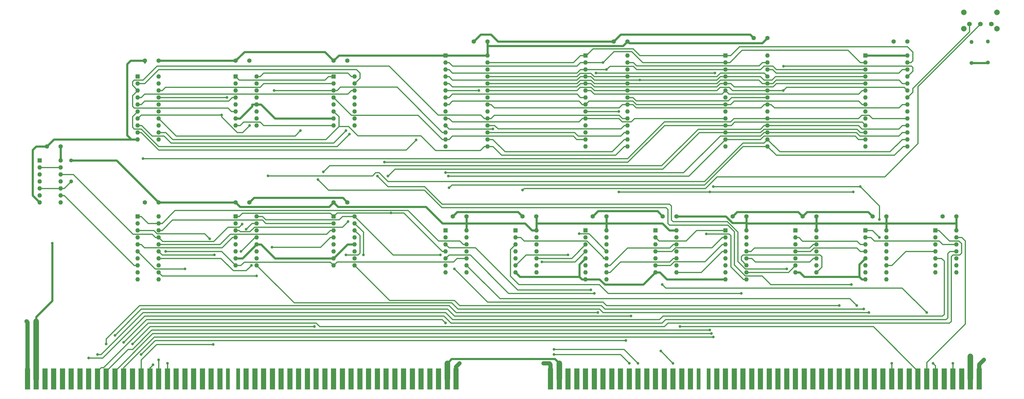
<source format=gbr>
G04 #@! TF.GenerationSoftware,KiCad,Pcbnew,5.1.4-e60b266~84~ubuntu18.04.1*
G04 #@! TF.CreationDate,2019-11-09T01:56:08-04:00*
G04 #@! TF.ProjectId,nova_modern,6e6f7661-5f6d-46f6-9465-726e2e6b6963,0.1*
G04 #@! TF.SameCoordinates,Original*
G04 #@! TF.FileFunction,Copper,L1,Top*
G04 #@! TF.FilePolarity,Positive*
%FSLAX46Y46*%
G04 Gerber Fmt 4.6, Leading zero omitted, Abs format (unit mm)*
G04 Created by KiCad (PCBNEW 5.1.4-e60b266~84~ubuntu18.04.1) date 2019-11-09 01:56:08*
%MOMM*%
%LPD*%
G04 APERTURE LIST*
%ADD10R,1.905000X7.620000*%
%ADD11R,1.397000X7.620000*%
%ADD12C,2.000000*%
%ADD13C,1.700000*%
%ADD14C,1.600000*%
%ADD15R,1.600000X1.600000*%
%ADD16O,1.400000X1.400000*%
%ADD17C,1.400000*%
%ADD18O,1.600000X1.600000*%
%ADD19C,1.000000*%
%ADD20C,0.400000*%
%ADD21C,0.800000*%
%ADD22C,1.500000*%
%ADD23C,2.000000*%
G04 APERTURE END LIST*
D10*
X46355000Y-104775000D03*
X49530000Y-104775000D03*
X52705000Y-104775000D03*
X55880000Y-104775000D03*
X59055000Y-104775000D03*
X62230000Y-104775000D03*
X65405000Y-104775000D03*
X68580000Y-104775000D03*
X71755000Y-104775000D03*
X74930000Y-104775000D03*
X78105000Y-104775000D03*
X81280000Y-104775000D03*
X84455000Y-104775000D03*
X87630000Y-104775000D03*
X90805000Y-104775000D03*
X93980000Y-104775000D03*
X97155000Y-104775000D03*
X100330000Y-104775000D03*
X103505000Y-104775000D03*
X106680000Y-104775000D03*
X109855000Y-104775000D03*
X113030000Y-104775000D03*
X116205000Y-104775000D03*
D11*
X119126000Y-104775000D03*
X122809000Y-104775000D03*
D10*
X125730000Y-104775000D03*
X128905000Y-104775000D03*
X132080000Y-104775000D03*
X135255000Y-104775000D03*
X138430000Y-104775000D03*
X141605000Y-104775000D03*
X144780000Y-104775000D03*
X147955000Y-104775000D03*
X151130000Y-104775000D03*
X154305000Y-104775000D03*
X157480000Y-104775000D03*
X160655000Y-104775000D03*
X163830000Y-104775000D03*
X167005000Y-104775000D03*
X170180000Y-104775000D03*
X173355000Y-104775000D03*
X176530000Y-104775000D03*
X179705000Y-104775000D03*
X182880000Y-104775000D03*
X186055000Y-104775000D03*
X189230000Y-104775000D03*
X192405000Y-104775000D03*
X195580000Y-104775000D03*
X198755000Y-104775000D03*
X201930000Y-104775000D03*
X236220000Y-104775000D03*
X239395000Y-104775000D03*
X242570000Y-104775000D03*
X245745000Y-104775000D03*
X248920000Y-104775000D03*
X252095000Y-104775000D03*
X255270000Y-104775000D03*
X258445000Y-104775000D03*
X261620000Y-104775000D03*
X264795000Y-104775000D03*
X267970000Y-104775000D03*
X271145000Y-104775000D03*
X274320000Y-104775000D03*
X277495000Y-104775000D03*
X280670000Y-104775000D03*
X283845000Y-104775000D03*
X287020000Y-104775000D03*
D11*
X289941000Y-104775000D03*
X293624000Y-104775000D03*
D10*
X296545000Y-104775000D03*
X299720000Y-104775000D03*
X302895000Y-104775000D03*
X306070000Y-104775000D03*
X309245000Y-104775000D03*
X312420000Y-104775000D03*
X315595000Y-104775000D03*
X318770000Y-104775000D03*
X321945000Y-104775000D03*
X325120000Y-104775000D03*
X328295000Y-104775000D03*
X331470000Y-104775000D03*
X334645000Y-104775000D03*
X337820000Y-104775000D03*
X340995000Y-104775000D03*
X344170000Y-104775000D03*
X347345000Y-104775000D03*
X350520000Y-104775000D03*
X353695000Y-104775000D03*
X356870000Y-104775000D03*
X360045000Y-104775000D03*
X363220000Y-104775000D03*
X366395000Y-104775000D03*
X369570000Y-104775000D03*
X372745000Y-104775000D03*
X375920000Y-104775000D03*
X379095000Y-104775000D03*
X382270000Y-104775000D03*
X385445000Y-104775000D03*
X388620000Y-104775000D03*
X391795000Y-104775000D03*
D12*
X398240000Y22380000D03*
X386240000Y22380000D03*
X386240000Y28380000D03*
X398240000Y28380000D03*
D13*
X396240000Y24130000D03*
X392240000Y24130000D03*
X388240000Y24130000D03*
D14*
X365760000Y17780000D03*
X360760000Y17780000D03*
X309960000Y19050000D03*
X314960000Y19050000D03*
X264160000Y17780000D03*
X259160000Y17780000D03*
X208360000Y17780000D03*
X213360000Y17780000D03*
X383540000Y-45720000D03*
X378540000Y-45720000D03*
X353140000Y-45720000D03*
X358140000Y-45720000D03*
X332740000Y-45720000D03*
X327740000Y-45720000D03*
X302340000Y-45720000D03*
X307340000Y-45720000D03*
X281940000Y-45720000D03*
X276940000Y-45720000D03*
X256540000Y-45720000D03*
X251540000Y-45720000D03*
X226060000Y-45720000D03*
X231060000Y-45720000D03*
X205740000Y-45720000D03*
X200740000Y-45720000D03*
X162480000Y10795000D03*
X157480000Y10795000D03*
X121920000Y10795000D03*
X126920000Y10795000D03*
X126920000Y-40640000D03*
X121920000Y-40640000D03*
X157480000Y-40640000D03*
X162480000Y-40640000D03*
X88980000Y10795000D03*
X93980000Y10795000D03*
X58420000Y-20320000D03*
X53420000Y-20320000D03*
X88980000Y-40640000D03*
X93980000Y-40640000D03*
D15*
X49530000Y-83820000D03*
D14*
X46030000Y-83820000D03*
D16*
X394970000Y17780000D03*
D17*
X394970000Y10160000D03*
X389055000Y9975000D03*
D16*
X389055000Y17595000D03*
D17*
X62230000Y-25400000D03*
D16*
X62230000Y-33020000D03*
D15*
X375920000Y-50800000D03*
D18*
X383540000Y-66040000D03*
X375920000Y-53340000D03*
X383540000Y-63500000D03*
X375920000Y-55880000D03*
X383540000Y-60960000D03*
X375920000Y-58420000D03*
X383540000Y-58420000D03*
X375920000Y-60960000D03*
X383540000Y-55880000D03*
X375920000Y-63500000D03*
X383540000Y-53340000D03*
X375920000Y-66040000D03*
X383540000Y-50800000D03*
X332740000Y-50800000D03*
X325120000Y-66040000D03*
X332740000Y-53340000D03*
X325120000Y-63500000D03*
X332740000Y-55880000D03*
X325120000Y-60960000D03*
X332740000Y-58420000D03*
X325120000Y-58420000D03*
X332740000Y-60960000D03*
X325120000Y-55880000D03*
X332740000Y-63500000D03*
X325120000Y-53340000D03*
X332740000Y-66040000D03*
D15*
X325120000Y-50800000D03*
X274320000Y-50800000D03*
D18*
X281940000Y-66040000D03*
X274320000Y-53340000D03*
X281940000Y-63500000D03*
X274320000Y-55880000D03*
X281940000Y-60960000D03*
X274320000Y-58420000D03*
X281940000Y-58420000D03*
X274320000Y-60960000D03*
X281940000Y-55880000D03*
X274320000Y-63500000D03*
X281940000Y-53340000D03*
X274320000Y-66040000D03*
X281940000Y-50800000D03*
D15*
X223520000Y-50800000D03*
D18*
X231140000Y-66040000D03*
X223520000Y-53340000D03*
X231140000Y-63500000D03*
X223520000Y-55880000D03*
X231140000Y-60960000D03*
X223520000Y-58420000D03*
X231140000Y-58420000D03*
X223520000Y-60960000D03*
X231140000Y-55880000D03*
X223520000Y-63500000D03*
X231140000Y-53340000D03*
X223520000Y-66040000D03*
X231140000Y-50800000D03*
X205740000Y-50800000D03*
X198120000Y-66040000D03*
X205740000Y-53340000D03*
X198120000Y-63500000D03*
X205740000Y-55880000D03*
X198120000Y-60960000D03*
X205740000Y-58420000D03*
X198120000Y-58420000D03*
X205740000Y-60960000D03*
X198120000Y-55880000D03*
X205740000Y-63500000D03*
X198120000Y-53340000D03*
X205740000Y-66040000D03*
D15*
X198120000Y-50800000D03*
X350520000Y-50800000D03*
D18*
X358140000Y-68580000D03*
X350520000Y-53340000D03*
X358140000Y-66040000D03*
X350520000Y-55880000D03*
X358140000Y-63500000D03*
X350520000Y-58420000D03*
X358140000Y-60960000D03*
X350520000Y-60960000D03*
X358140000Y-58420000D03*
X350520000Y-63500000D03*
X358140000Y-55880000D03*
X350520000Y-66040000D03*
X358140000Y-53340000D03*
X350520000Y-68580000D03*
X358140000Y-50800000D03*
D15*
X299720000Y-50800000D03*
D18*
X307340000Y-68580000D03*
X299720000Y-53340000D03*
X307340000Y-66040000D03*
X299720000Y-55880000D03*
X307340000Y-63500000D03*
X299720000Y-58420000D03*
X307340000Y-60960000D03*
X299720000Y-60960000D03*
X307340000Y-58420000D03*
X299720000Y-63500000D03*
X307340000Y-55880000D03*
X299720000Y-66040000D03*
X307340000Y-53340000D03*
X299720000Y-68580000D03*
X307340000Y-50800000D03*
X256540000Y-50800000D03*
X248920000Y-68580000D03*
X256540000Y-53340000D03*
X248920000Y-66040000D03*
X256540000Y-55880000D03*
X248920000Y-63500000D03*
X256540000Y-58420000D03*
X248920000Y-60960000D03*
X256540000Y-60960000D03*
X248920000Y-58420000D03*
X256540000Y-63500000D03*
X248920000Y-55880000D03*
X256540000Y-66040000D03*
X248920000Y-53340000D03*
X256540000Y-68580000D03*
D15*
X248920000Y-50800000D03*
D18*
X213360000Y12700000D03*
X198120000Y-20320000D03*
X213360000Y10160000D03*
X198120000Y-17780000D03*
X213360000Y7620000D03*
X198120000Y-15240000D03*
X213360000Y5080000D03*
X198120000Y-12700000D03*
X213360000Y2540000D03*
X198120000Y-10160000D03*
X213360000Y0D03*
X198120000Y-7620000D03*
X213360000Y-2540000D03*
X198120000Y-5080000D03*
X213360000Y-5080000D03*
X198120000Y-2540000D03*
X213360000Y-7620000D03*
X198120000Y0D03*
X213360000Y-10160000D03*
X198120000Y2540000D03*
X213360000Y-12700000D03*
X198120000Y5080000D03*
X213360000Y-15240000D03*
X198120000Y7620000D03*
X213360000Y-17780000D03*
X198120000Y10160000D03*
X213360000Y-20320000D03*
D15*
X198120000Y12700000D03*
D18*
X264160000Y12700000D03*
X248920000Y-20320000D03*
X264160000Y10160000D03*
X248920000Y-17780000D03*
X264160000Y7620000D03*
X248920000Y-15240000D03*
X264160000Y5080000D03*
X248920000Y-12700000D03*
X264160000Y2540000D03*
X248920000Y-10160000D03*
X264160000Y0D03*
X248920000Y-7620000D03*
X264160000Y-2540000D03*
X248920000Y-5080000D03*
X264160000Y-5080000D03*
X248920000Y-2540000D03*
X264160000Y-7620000D03*
X248920000Y0D03*
X264160000Y-10160000D03*
X248920000Y2540000D03*
X264160000Y-12700000D03*
X248920000Y5080000D03*
X264160000Y-15240000D03*
X248920000Y7620000D03*
X264160000Y-17780000D03*
X248920000Y10160000D03*
X264160000Y-20320000D03*
D15*
X248920000Y12700000D03*
X299720000Y12700000D03*
D18*
X314960000Y-20320000D03*
X299720000Y10160000D03*
X314960000Y-17780000D03*
X299720000Y7620000D03*
X314960000Y-15240000D03*
X299720000Y5080000D03*
X314960000Y-12700000D03*
X299720000Y2540000D03*
X314960000Y-10160000D03*
X299720000Y0D03*
X314960000Y-7620000D03*
X299720000Y-2540000D03*
X314960000Y-5080000D03*
X299720000Y-5080000D03*
X314960000Y-2540000D03*
X299720000Y-7620000D03*
X314960000Y0D03*
X299720000Y-10160000D03*
X314960000Y2540000D03*
X299720000Y-12700000D03*
X314960000Y5080000D03*
X299720000Y-15240000D03*
X314960000Y7620000D03*
X299720000Y-17780000D03*
X314960000Y10160000D03*
X299720000Y-20320000D03*
X314960000Y12700000D03*
D15*
X350520000Y12700000D03*
D18*
X365760000Y-20320000D03*
X350520000Y10160000D03*
X365760000Y-17780000D03*
X350520000Y7620000D03*
X365760000Y-15240000D03*
X350520000Y5080000D03*
X365760000Y-12700000D03*
X350520000Y2540000D03*
X365760000Y-10160000D03*
X350520000Y0D03*
X365760000Y-7620000D03*
X350520000Y-2540000D03*
X365760000Y-5080000D03*
X350520000Y-5080000D03*
X365760000Y-2540000D03*
X350520000Y-7620000D03*
X365760000Y0D03*
X350520000Y-10160000D03*
X365760000Y2540000D03*
X350520000Y-12700000D03*
X365760000Y5080000D03*
X350520000Y-15240000D03*
X365760000Y7620000D03*
X350520000Y-17780000D03*
X365760000Y10160000D03*
X350520000Y-20320000D03*
X365760000Y12700000D03*
D15*
X157480000Y5080000D03*
D18*
X165100000Y-12700000D03*
X157480000Y2540000D03*
X165100000Y-10160000D03*
X157480000Y0D03*
X165100000Y-7620000D03*
X157480000Y-2540000D03*
X165100000Y-5080000D03*
X157480000Y-5080000D03*
X165100000Y-2540000D03*
X157480000Y-7620000D03*
X165100000Y0D03*
X157480000Y-10160000D03*
X165100000Y2540000D03*
X157480000Y-12700000D03*
X165100000Y5080000D03*
X129540000Y5080000D03*
X121920000Y-12700000D03*
X129540000Y2540000D03*
X121920000Y-10160000D03*
X129540000Y0D03*
X121920000Y-7620000D03*
X129540000Y-2540000D03*
X121920000Y-5080000D03*
X129540000Y-5080000D03*
X121920000Y-2540000D03*
X129540000Y-7620000D03*
X121920000Y0D03*
X129540000Y-10160000D03*
X121920000Y2540000D03*
X129540000Y-12700000D03*
D15*
X121920000Y5080000D03*
X157480000Y-45720000D03*
D18*
X165100000Y-63500000D03*
X157480000Y-48260000D03*
X165100000Y-60960000D03*
X157480000Y-50800000D03*
X165100000Y-58420000D03*
X157480000Y-53340000D03*
X165100000Y-55880000D03*
X157480000Y-55880000D03*
X165100000Y-53340000D03*
X157480000Y-58420000D03*
X165100000Y-50800000D03*
X157480000Y-60960000D03*
X165100000Y-48260000D03*
X157480000Y-63500000D03*
X165100000Y-45720000D03*
X129540000Y-45720000D03*
X121920000Y-63500000D03*
X129540000Y-48260000D03*
X121920000Y-60960000D03*
X129540000Y-50800000D03*
X121920000Y-58420000D03*
X129540000Y-53340000D03*
X121920000Y-55880000D03*
X129540000Y-55880000D03*
X121920000Y-53340000D03*
X129540000Y-58420000D03*
X121920000Y-50800000D03*
X129540000Y-60960000D03*
X121920000Y-48260000D03*
X129540000Y-63500000D03*
D15*
X121920000Y-45720000D03*
D18*
X58420000Y-25400000D03*
X50800000Y-40640000D03*
X58420000Y-27940000D03*
X50800000Y-38100000D03*
X58420000Y-30480000D03*
X50800000Y-35560000D03*
X58420000Y-33020000D03*
X50800000Y-33020000D03*
X58420000Y-35560000D03*
X50800000Y-30480000D03*
X58420000Y-38100000D03*
X50800000Y-27940000D03*
X58420000Y-40640000D03*
D15*
X50800000Y-25400000D03*
D18*
X93980000Y5080000D03*
X86360000Y-17780000D03*
X93980000Y2540000D03*
X86360000Y-15240000D03*
X93980000Y0D03*
X86360000Y-12700000D03*
X93980000Y-2540000D03*
X86360000Y-10160000D03*
X93980000Y-5080000D03*
X86360000Y-7620000D03*
X93980000Y-7620000D03*
X86360000Y-5080000D03*
X93980000Y-10160000D03*
X86360000Y-2540000D03*
X93980000Y-12700000D03*
X86360000Y0D03*
X93980000Y-15240000D03*
X86360000Y2540000D03*
X93980000Y-17780000D03*
D15*
X86360000Y5080000D03*
X86360000Y-45720000D03*
D18*
X93980000Y-68580000D03*
X86360000Y-48260000D03*
X93980000Y-66040000D03*
X86360000Y-50800000D03*
X93980000Y-63500000D03*
X86360000Y-53340000D03*
X93980000Y-60960000D03*
X86360000Y-55880000D03*
X93980000Y-58420000D03*
X86360000Y-58420000D03*
X93980000Y-55880000D03*
X86360000Y-60960000D03*
X93980000Y-53340000D03*
X86360000Y-63500000D03*
X93980000Y-50800000D03*
X86360000Y-66040000D03*
X93980000Y-48260000D03*
X86360000Y-68580000D03*
X93980000Y-45720000D03*
D19*
X355600000Y-53340000D03*
X68580000Y-97155000D03*
X71755000Y-95884990D03*
X233680000Y-99060000D03*
X203200000Y-99060000D03*
X393470028Y-97790000D03*
X55345500Y-55456700D03*
X388620000Y-96520000D03*
X198755000Y-99060000D03*
X239395000Y-99060000D03*
X295275006Y-89535000D03*
X294640000Y-88265000D03*
X375019500Y-99065508D03*
X294004990Y-86995000D03*
X74928596Y-92073596D03*
X253394436Y-80645000D03*
X283210000Y-85725000D03*
X276754000Y-70473700D03*
X372745000Y-80644998D03*
X87630000Y-95885000D03*
X263525000Y-90805000D03*
X78103596Y-88900000D03*
X265430000Y-81915000D03*
X280670000Y-99060000D03*
X276225000Y-94615000D03*
X113731800Y-92231100D03*
X264795000Y-99060008D03*
X237489996Y-95884998D03*
X305435000Y-73660000D03*
X246607376Y-52000400D03*
X81280000Y-91440000D03*
X198120000Y-84455000D03*
X84455000Y-92075000D03*
X150495000Y-85725000D03*
X233045000Y-62230000D03*
X242570014Y-59690000D03*
X267970000Y-99060000D03*
X237490000Y-93980000D03*
X196215014Y-59690014D03*
X252095000Y-73660000D03*
X97155000Y-99060000D03*
X178270100Y-44478000D03*
X96520006Y-58420000D03*
X250824994Y-72390000D03*
X347345000Y-78104994D03*
X201295000Y-64770000D03*
X340995000Y-78105008D03*
X260985004Y-7620000D03*
X346074988Y-36830000D03*
X294004996Y-36830000D03*
X260985000Y-36830000D03*
X295275000Y-34925000D03*
X348615000Y-34925000D03*
X355600000Y-46807500D03*
X295910000Y6350000D03*
X252730000Y6350000D03*
X292735010Y-52070000D03*
X210185000Y0D03*
X268604996Y3810000D03*
X320745600Y8820400D03*
X256540002Y7620002D03*
X145415006Y-14605000D03*
X135890000Y0D03*
X215265000Y-13970000D03*
X320675000Y0D03*
X127000052Y-12700000D03*
X116839994Y-8890000D03*
X187455100Y-17950000D03*
X255270000Y10160000D03*
X135107100Y-56908300D03*
X199092100Y-31115000D03*
X127635000Y-63500000D03*
X177166404Y-31113596D03*
X175895000Y-26035000D03*
X112497204Y-53875604D03*
X88245300Y-24765000D03*
X153757292Y-29584508D03*
X162663400Y-47590200D03*
X198119996Y-29845000D03*
X133685200Y-30993000D03*
X199338900Y-35297500D03*
X129540000Y-67310000D03*
X321945000Y-64770000D03*
X173355000Y-31108600D03*
X161925000Y-14605000D03*
X163195000Y-15875000D03*
X118745007Y-2540007D03*
X151765000Y-32385000D03*
X345440000Y-70485000D03*
X360044988Y-99060000D03*
X349885000Y-79375000D03*
X103505000Y-64769982D03*
X161925004Y-59690000D03*
X168275000Y-59689992D03*
X125730000Y-50384900D03*
X123825000Y-58420000D03*
X114227890Y-59690000D03*
X124235700Y-48529600D03*
X351790008Y-80645000D03*
X91961400Y-99613300D03*
X93978593Y-97790000D03*
X382270000Y-99059992D03*
X226060000Y-36195000D03*
D20*
X377190000Y-50800000D02*
X377120000Y-50800000D01*
X377120000Y-50800000D02*
X375920000Y-50800000D01*
X90107988Y-84455000D02*
X151130000Y-84455000D01*
X384712850Y-59690000D02*
X385347850Y-59055000D01*
X385347850Y-55560800D02*
X384397050Y-54610000D01*
X71755000Y-101917500D02*
X73107500Y-100565000D01*
X73107500Y-100565000D02*
X73997988Y-100565000D01*
X73997988Y-100565000D02*
X90107988Y-84455000D01*
X71755000Y-104775000D02*
X71755000Y-101917500D01*
X382270000Y-59690000D02*
X384712850Y-59690000D01*
X151130000Y-84455000D02*
X152400000Y-85725000D01*
X152400000Y-85725000D02*
X277543300Y-85725000D01*
X278813300Y-84455000D02*
X381000000Y-84455000D01*
X384397050Y-54610000D02*
X381000000Y-54610000D01*
X381635000Y-83820000D02*
X381635000Y-60325000D01*
X381000000Y-84455000D02*
X381635000Y-83820000D01*
X381000000Y-54610000D02*
X377190000Y-50800000D01*
X277543300Y-85725000D02*
X278813300Y-84455000D01*
X381635000Y-60325000D02*
X382270000Y-59690000D01*
X385347850Y-59055000D02*
X385347850Y-55560800D01*
X355100001Y-52840001D02*
X355600000Y-53340000D01*
X350520000Y-50800000D02*
X353060000Y-50800000D01*
X353060000Y-50800000D02*
X355100001Y-52840001D01*
X365125000Y-58420000D02*
X375920000Y-58420000D01*
X358140000Y-63500000D02*
X360045000Y-63500000D01*
X360045000Y-63500000D02*
X365125000Y-58420000D01*
X69287106Y-97155000D02*
X68580000Y-97155000D01*
X73597998Y-97155000D02*
X69287106Y-97155000D01*
X276690900Y-84455000D02*
X200025000Y-84455000D01*
X381108500Y-58420000D02*
X380365000Y-59163500D01*
X277960900Y-83185000D02*
X276690900Y-84455000D01*
X88837998Y-81915000D02*
X73597998Y-97155000D01*
X383540000Y-58420000D02*
X381108500Y-58420000D01*
X200025000Y-84455000D02*
X197485000Y-81915000D01*
X380365000Y-59163500D02*
X380365000Y-82550000D01*
X380365000Y-82550000D02*
X379730000Y-83185000D01*
X197485000Y-81915000D02*
X88837998Y-81915000D01*
X379730000Y-83185000D02*
X277960900Y-83185000D01*
X200660000Y-83185000D02*
X198120000Y-80645000D01*
X275716000Y-83185000D02*
X200660000Y-83185000D01*
X378107500Y-60960000D02*
X379095000Y-61947500D01*
X88265000Y-80645000D02*
X73025010Y-95884990D01*
X375920000Y-60960000D02*
X378107500Y-60960000D01*
X73025010Y-95884990D02*
X72462106Y-95884990D01*
X379095000Y-61947500D02*
X379095000Y-81280000D01*
X198120000Y-80645000D02*
X88265000Y-80645000D01*
X378460000Y-81915000D02*
X276986000Y-81915000D01*
X72462106Y-95884990D02*
X71755000Y-95884990D01*
X379095000Y-81280000D02*
X378460000Y-81915000D01*
X276986000Y-81915000D02*
X275716000Y-83185000D01*
X353695000Y-54610000D02*
X352425000Y-53340000D01*
X377224850Y-54610000D02*
X353695000Y-54610000D01*
X383540000Y-55880000D02*
X378494850Y-55880000D01*
X352425000Y-53340000D02*
X350520000Y-53340000D01*
X378494850Y-55880000D02*
X377224850Y-54610000D01*
D21*
X274320000Y-66040000D02*
X275920300Y-66040000D01*
X299720000Y-68580000D02*
X278460300Y-68580000D01*
X278460300Y-68580000D02*
X275920300Y-66040000D01*
X353140000Y-45720000D02*
X351539600Y-44119600D01*
X351539600Y-44119600D02*
X329340400Y-44119600D01*
X329340400Y-44119600D02*
X327740000Y-45720000D01*
X126920000Y-40640000D02*
X128565200Y-38994800D01*
X128565200Y-38994800D02*
X160834800Y-38994800D01*
X160834800Y-38994800D02*
X162480000Y-40640000D01*
X84077100Y-17780000D02*
X55960000Y-17780000D01*
X55960000Y-17780000D02*
X53420000Y-20320000D01*
X86360000Y-17780000D02*
X84077100Y-17780000D01*
X129540000Y-55880000D02*
X131140300Y-55880000D01*
X131140300Y-55880000D02*
X136220300Y-60960000D01*
X136220300Y-60960000D02*
X155879700Y-60960000D01*
X123520300Y-10160000D02*
X127939700Y-5740600D01*
X127939700Y-5740600D02*
X127939700Y-5080000D01*
X226060000Y-45720000D02*
X224458400Y-44118400D01*
X224458400Y-44118400D02*
X202341600Y-44118400D01*
X202341600Y-44118400D02*
X200740000Y-45720000D01*
X129540000Y-5080000D02*
X131140300Y-5080000D01*
X157480000Y-10160000D02*
X136220300Y-10160000D01*
X136220300Y-10160000D02*
X131140300Y-5080000D01*
X121920000Y-10160000D02*
X123520300Y-10160000D01*
X129540000Y-5080000D02*
X127939700Y-5080000D01*
X157480000Y-60960000D02*
X155879700Y-60960000D01*
D22*
X236220000Y-104775000D02*
X236220000Y-99465000D01*
X236220000Y-99465000D02*
X235815000Y-99060000D01*
X235815000Y-99060000D02*
X233680000Y-99060000D01*
X46355000Y-104775000D02*
X46355000Y-84145000D01*
X46355000Y-84145000D02*
X46030000Y-83820000D01*
X201930000Y-104775000D02*
X201930000Y-100330000D01*
X201930000Y-100330000D02*
X203200000Y-99060000D01*
D21*
X253445000Y-43815000D02*
X251540000Y-45720000D01*
X276940000Y-45720000D02*
X275035000Y-43815000D01*
X275035000Y-43815000D02*
X253445000Y-43815000D01*
X162560000Y-55880000D02*
X157480000Y-60960000D01*
X165100000Y-55880000D02*
X162560000Y-55880000D01*
X303953700Y-44106300D02*
X302340000Y-45720000D01*
X327740000Y-45720000D02*
X326126300Y-44106300D01*
X326126300Y-44106300D02*
X303953700Y-44106300D01*
X248920000Y-68580000D02*
X247595400Y-68580000D01*
X247595400Y-68580000D02*
X246670200Y-67654800D01*
X246670200Y-63209800D02*
X248920000Y-60960000D01*
X246670200Y-67654800D02*
X246670200Y-63209800D01*
X225134800Y-67654800D02*
X223520000Y-66040000D01*
X246670200Y-67654800D02*
X225134800Y-67654800D01*
D22*
X391795000Y-104775000D02*
X391795000Y-99465000D01*
X393470000Y-97790000D02*
X393470028Y-97790000D01*
X391795000Y-99465000D02*
X393470000Y-97790000D01*
D21*
X254000000Y-68580000D02*
X250051370Y-68580000D01*
X255905000Y-70485000D02*
X254000000Y-68580000D01*
X274320000Y-66040000D02*
X269875000Y-70485000D01*
X250051370Y-68580000D02*
X248920000Y-68580000D01*
X269875000Y-70485000D02*
X255905000Y-70485000D01*
X124460000Y-60960000D02*
X129540000Y-55880000D01*
X121920000Y-60960000D02*
X124460000Y-60960000D01*
X326720300Y-66040000D02*
X325120000Y-66040000D01*
X348270200Y-67654800D02*
X328335100Y-67654800D01*
X328335100Y-67654800D02*
X326720300Y-66040000D01*
X350520000Y-68580000D02*
X349195400Y-68580000D01*
X349195400Y-68580000D02*
X348270200Y-67654800D01*
X348270200Y-63209800D02*
X350520000Y-60960000D01*
X348270200Y-67654800D02*
X348270200Y-63209800D01*
X88980000Y10795000D02*
X88980000Y10160000D01*
X82550000Y9525000D02*
X83820000Y10795000D01*
X83820000Y10795000D02*
X88980000Y10795000D01*
X84077100Y-17780000D02*
X82550000Y-16252900D01*
X82550000Y-16252900D02*
X82550000Y9525000D01*
X259121200Y17780000D02*
X259160000Y17780000D01*
X308690000Y20320000D02*
X309960000Y19050000D01*
X259160000Y17780000D02*
X261700000Y20320000D01*
X261700000Y20320000D02*
X308690000Y20320000D01*
X214630000Y20320000D02*
X217170000Y17780000D01*
X217170000Y17780000D02*
X259160000Y17780000D01*
X208360000Y17780000D02*
X210900000Y20320000D01*
X210900000Y20320000D02*
X214630000Y20320000D01*
X48260000Y-38100000D02*
X50800000Y-40640000D01*
X48260000Y-21590000D02*
X48260000Y-38100000D01*
X53420000Y-20320000D02*
X49530000Y-20320000D01*
X49530000Y-20320000D02*
X48260000Y-21590000D01*
X389055000Y9975000D02*
X394785000Y9975000D01*
X394785000Y9975000D02*
X394970000Y10160000D01*
D23*
X239395000Y-100105600D02*
X239395000Y-99060000D01*
X239395000Y-104775000D02*
X239395000Y-100105600D01*
D21*
X55345500Y-55456700D02*
X55345500Y-76404200D01*
X55345500Y-76404200D02*
X49530000Y-82219700D01*
X198120000Y12700000D02*
X213360000Y12700000D01*
X121920000Y-40640000D02*
X93980000Y-40640000D01*
X49530000Y-83820000D02*
X49530000Y-82219700D01*
X307340000Y-50800000D02*
X307340000Y-49199700D01*
X62230000Y-25400000D02*
X78740000Y-25400000D01*
X78740000Y-25400000D02*
X93980000Y-40640000D01*
D23*
X49530000Y-83820000D02*
X49530000Y-104775000D01*
D21*
X58420000Y-25400000D02*
X58420000Y-20320000D01*
X350520000Y12700000D02*
X365760000Y12700000D01*
D23*
X388620000Y-104775000D02*
X388620000Y-96520000D01*
X198755000Y-99060000D02*
X198755000Y-104775000D01*
D21*
X383540000Y-48260000D02*
X383540000Y-45720000D01*
X358140000Y-45720000D02*
X358140000Y-48260000D01*
X358140000Y-48260000D02*
X383540000Y-48260000D01*
X332740000Y-48260000D02*
X332740000Y-45720000D01*
X332740000Y-48260000D02*
X332740000Y-50800000D01*
X307340000Y-48094850D02*
X307340000Y-49199700D01*
X307340000Y-48260000D02*
X332740000Y-48260000D01*
X307340000Y-49199700D02*
X307340000Y-48260000D01*
X307340000Y-48094850D02*
X307340000Y-45720000D01*
X213360000Y17780000D02*
X213360000Y16143500D01*
X213360000Y12700000D02*
X213360000Y16143500D01*
X262523500Y16143500D02*
X264160000Y17780000D01*
X213360000Y16143500D02*
X262523500Y16143500D01*
X231140000Y-50800000D02*
X231140000Y-48260000D01*
X231060000Y-45720000D02*
X231140000Y-45800000D01*
X231140000Y-45800000D02*
X231140000Y-48260000D01*
X256540000Y-50800000D02*
X256540000Y-48260000D01*
X256540000Y-48260000D02*
X256540000Y-45720000D01*
X231140000Y-48260000D02*
X256540000Y-48260000D01*
X279400000Y-50800000D02*
X281940000Y-50800000D01*
X256540000Y-48260000D02*
X276860000Y-48260000D01*
X276860000Y-48260000D02*
X279400000Y-50800000D01*
X229539700Y-50800000D02*
X231140000Y-50800000D01*
X226999700Y-48260000D02*
X229539700Y-50800000D01*
X205740000Y-50800000D02*
X205740000Y-48260000D01*
X205740000Y-48260000D02*
X226999700Y-48260000D01*
X205740000Y-48260000D02*
X205740000Y-45720000D01*
X197023800Y-48260000D02*
X205740000Y-48260000D01*
X191004100Y-42240300D02*
X197023800Y-48260000D01*
X157480000Y-40640000D02*
X159080300Y-42240300D01*
X159080300Y-42240300D02*
X191004100Y-42240300D01*
X123520400Y-42240400D02*
X121920000Y-40640000D01*
X157480000Y-40640000D02*
X155879600Y-42240400D01*
X155879600Y-42240400D02*
X123520400Y-42240400D01*
X199254999Y-98560001D02*
X198755000Y-99060000D01*
X200316100Y-97498900D02*
X199254999Y-98560001D01*
X239395000Y-99060000D02*
X237833900Y-97498900D01*
X237833900Y-97498900D02*
X200316100Y-97498900D01*
X358140000Y-48260000D02*
X358140000Y-50800000D01*
X358140000Y-48260000D02*
X332740000Y-48260000D01*
X383540000Y-48260000D02*
X383540000Y-50800000D01*
X159385000Y12700000D02*
X198120000Y12700000D01*
X157480000Y10795000D02*
X159385000Y12700000D01*
X157480000Y10795000D02*
X154305000Y13970000D01*
X125095000Y13970000D02*
X121920000Y10795000D01*
X154305000Y13970000D02*
X125095000Y13970000D01*
X121920000Y10795000D02*
X93980000Y10795000D01*
X313055000Y17145000D02*
X314960000Y19050000D01*
X264160000Y17780000D02*
X264795000Y17145000D01*
X264795000Y17145000D02*
X313055000Y17145000D01*
X299861001Y-45720000D02*
X302235851Y-48094850D01*
X302235851Y-48094850D02*
X307340000Y-48094850D01*
X281940000Y-45720000D02*
X299861001Y-45720000D01*
D20*
X322580000Y-66040000D02*
X325120000Y-63500000D01*
X307340000Y-66040000D02*
X322580000Y-66040000D01*
X308910075Y-58420000D02*
X307340000Y-58420000D01*
X310182975Y-57147100D02*
X308910075Y-58420000D01*
X330272600Y-57147100D02*
X310182975Y-57147100D01*
X332740000Y-55880000D02*
X331539700Y-55880000D01*
X331539700Y-55880000D02*
X330272600Y-57147100D01*
X81280000Y-104775000D02*
X81280000Y-100565000D01*
X92310000Y-89535000D02*
X294567900Y-89535000D01*
X294567900Y-89535000D02*
X295275006Y-89535000D01*
X81280000Y-100565000D02*
X92310000Y-89535000D01*
X78105000Y-104775000D02*
X78105000Y-101917500D01*
X78105000Y-101917500D02*
X91757500Y-88265000D01*
X91757500Y-88265000D02*
X293932894Y-88265000D01*
X293932894Y-88265000D02*
X294640000Y-88265000D01*
X347345000Y-57150000D02*
X331790900Y-57150000D01*
X350520000Y-58420000D02*
X348615000Y-58420000D01*
X330520900Y-58420000D02*
X325120000Y-58420000D01*
X331790900Y-57150000D02*
X330520900Y-58420000D01*
X348615000Y-58420000D02*
X347345000Y-57150000D01*
X331539700Y-60960000D02*
X332740000Y-60960000D01*
X330269700Y-62230000D02*
X331539700Y-60960000D01*
X310515000Y-62230000D02*
X330269700Y-62230000D01*
X307340000Y-60960000D02*
X309245000Y-60960000D01*
X309245000Y-60960000D02*
X310515000Y-62230000D01*
X375920000Y-104775000D02*
X375920000Y-99966008D01*
X375920000Y-99966008D02*
X375519499Y-99565507D01*
X375519499Y-99565507D02*
X375019500Y-99065508D01*
X327660000Y-54679700D02*
X326320300Y-53340000D01*
X347414700Y-54679700D02*
X327660000Y-54679700D01*
X350520000Y-55880000D02*
X348615000Y-55880000D01*
X326320300Y-53340000D02*
X325120000Y-53340000D01*
X348615000Y-55880000D02*
X347414700Y-54679700D01*
X334645000Y-64135000D02*
X332740000Y-66040000D01*
X305435000Y-61595000D02*
X305435000Y-60325000D01*
X307340000Y-63500000D02*
X305435000Y-61595000D01*
X334645000Y-60325000D02*
X334645000Y-64135000D01*
X305435000Y-60325000D02*
X306070000Y-59690000D01*
X306070000Y-59690000D02*
X334010000Y-59690000D01*
X334010000Y-59690000D02*
X334645000Y-60325000D01*
X74930000Y-104775000D02*
X74930000Y-101917500D01*
X74930000Y-101917500D02*
X82867500Y-93980000D01*
X82867500Y-93980000D02*
X84455000Y-93980000D01*
X84455000Y-93980000D02*
X91440000Y-86995000D01*
X293297884Y-86995000D02*
X294004990Y-86995000D01*
X91440000Y-86995000D02*
X293297884Y-86995000D01*
X199390000Y-78105000D02*
X201930000Y-80645000D01*
X201930000Y-80645000D02*
X253394436Y-80645000D01*
X86995000Y-78105000D02*
X199390000Y-78105000D01*
X74928596Y-92073596D02*
X74928596Y-90171404D01*
X74928596Y-90171404D02*
X86995000Y-78105000D01*
X299720000Y-58420000D02*
X298519700Y-58420000D01*
X298519700Y-58420000D02*
X290899700Y-66040000D01*
X290899700Y-66040000D02*
X281940000Y-66040000D01*
X275590000Y-54610000D02*
X274320000Y-53340000D01*
X285399900Y-54610000D02*
X275590000Y-54610000D01*
X299720000Y-50800000D02*
X289209900Y-50800000D01*
X289209900Y-50800000D02*
X285399900Y-54610000D01*
X353377500Y-85725000D02*
X283210000Y-85725000D01*
X369570000Y-104775000D02*
X369570000Y-101917500D01*
X369570000Y-101917500D02*
X353377500Y-85725000D01*
X277996800Y-71716500D02*
X363816502Y-71716500D01*
X276754000Y-70473700D02*
X277996800Y-71716500D01*
X372245001Y-80144999D02*
X372745000Y-80644998D01*
X363816502Y-71716500D02*
X372245001Y-80144999D01*
X257740300Y-66040000D02*
X261550300Y-62230000D01*
X261550300Y-62230000D02*
X279469700Y-62230000D01*
X279469700Y-62230000D02*
X280739700Y-60960000D01*
X281940000Y-60960000D02*
X280739700Y-60960000D01*
X256540000Y-66040000D02*
X257740300Y-66040000D01*
X299720000Y-53340000D02*
X298519700Y-53340000D01*
X298519700Y-53340000D02*
X294779300Y-57080400D01*
X294779300Y-57080400D02*
X281581900Y-57080400D01*
X281581900Y-57080400D02*
X280242300Y-58420000D01*
X280242300Y-58420000D02*
X274320000Y-58420000D01*
X92710000Y-90805000D02*
X262817894Y-90805000D01*
X87630000Y-95885000D02*
X92710000Y-90805000D01*
X262817894Y-90805000D02*
X263525000Y-90805000D01*
X78103596Y-88900000D02*
X87628596Y-79375000D01*
X201295000Y-81915000D02*
X265430000Y-81915000D01*
X198755000Y-79375000D02*
X201295000Y-81915000D01*
X87628596Y-79375000D02*
X198755000Y-79375000D01*
X280739700Y-55880000D02*
X279469700Y-57150000D01*
X279469700Y-57150000D02*
X264090300Y-57150000D01*
X264090300Y-57150000D02*
X257740300Y-63500000D01*
X281940000Y-55880000D02*
X280739700Y-55880000D01*
X256540000Y-63500000D02*
X257740300Y-63500000D01*
X299720000Y-55880000D02*
X298519700Y-55880000D01*
X298519700Y-55880000D02*
X292239300Y-62160400D01*
X292239300Y-62160400D02*
X281061600Y-62160400D01*
X281061600Y-62160400D02*
X279722000Y-63500000D01*
X279722000Y-63500000D02*
X274320000Y-63500000D01*
X280670000Y-99060000D02*
X276225000Y-94615000D01*
X87630000Y-100565000D02*
X87630000Y-104775000D01*
X87630000Y-97790000D02*
X87630000Y-100565000D01*
X113731800Y-92231100D02*
X93188900Y-92231100D01*
X93188900Y-92231100D02*
X87630000Y-97790000D01*
X226660150Y-54610000D02*
X225390150Y-53340000D01*
X225390150Y-53340000D02*
X223520000Y-53340000D01*
X249364800Y-54610000D02*
X226660150Y-54610000D01*
X255339700Y-60584900D02*
X249364800Y-54610000D01*
X256540000Y-60960000D02*
X255339700Y-60960000D01*
X255339700Y-60960000D02*
X255339700Y-60584900D01*
X238197102Y-95884998D02*
X237489996Y-95884998D01*
X261619990Y-95884998D02*
X238197102Y-95884998D01*
X264795000Y-99060008D02*
X261619990Y-95884998D01*
X257068925Y-73660000D02*
X304727894Y-73660000D01*
X304727894Y-73660000D02*
X305435000Y-73660000D01*
X221615000Y-57785000D02*
X221615000Y-67400350D01*
X253893925Y-70485000D02*
X257068925Y-73660000D01*
X223520000Y-55880000D02*
X221615000Y-57785000D01*
X224699650Y-70485000D02*
X253893925Y-70485000D01*
X221615000Y-67400350D02*
X224699650Y-70485000D01*
X243874850Y-60960000D02*
X231140000Y-60960000D01*
X248920000Y-55880000D02*
X248920000Y-55914850D01*
X248920000Y-55914850D02*
X243874850Y-60960000D01*
X247314482Y-52000400D02*
X246607376Y-52000400D01*
X250120400Y-52000400D02*
X247314482Y-52000400D01*
X256540000Y-58420000D02*
X250120400Y-52000400D01*
X197620001Y-83955001D02*
X198120000Y-84455000D01*
X196850000Y-83185000D02*
X197620001Y-83955001D01*
X81280000Y-91440000D02*
X89535000Y-83185000D01*
X89535000Y-83185000D02*
X196850000Y-83185000D01*
X149787894Y-85725000D02*
X150495000Y-85725000D01*
X84455000Y-92075000D02*
X90805000Y-85725000D01*
X90805000Y-85725000D02*
X149787894Y-85725000D01*
X248920000Y-58420000D02*
X245110000Y-62230000D01*
X245110000Y-62230000D02*
X233752106Y-62230000D01*
X233752106Y-62230000D02*
X233045000Y-62230000D01*
X241862908Y-59690000D02*
X242570014Y-59690000D01*
X223520000Y-63500000D02*
X227330000Y-59690000D01*
X227330000Y-59690000D02*
X241862908Y-59690000D01*
X267970000Y-99060000D02*
X262890000Y-93980000D01*
X262890000Y-93980000D02*
X238197106Y-93980000D01*
X238197106Y-93980000D02*
X237490000Y-93980000D01*
X130740300Y-45720000D02*
X129540000Y-45720000D01*
X131589200Y-45720000D02*
X130740300Y-45720000D01*
X132789600Y-46920400D02*
X131589200Y-45720000D01*
X159454600Y-46920400D02*
X132789600Y-46920400D01*
X165100000Y-45720000D02*
X160655000Y-45720000D01*
X160655000Y-45720000D02*
X159454600Y-46920400D01*
X195507908Y-59690014D02*
X196215014Y-59690014D01*
X179070014Y-59690014D02*
X195507908Y-59690014D01*
X165100000Y-45720000D02*
X179070014Y-59690014D01*
X163899700Y5080000D02*
X165100000Y5080000D01*
X162629700Y6350000D02*
X163899700Y5080000D01*
X132010300Y6350000D02*
X162629700Y6350000D01*
X129540000Y5080000D02*
X130740300Y5080000D01*
X130740300Y5080000D02*
X132010300Y6350000D01*
X93980000Y-48260000D02*
X95180300Y-48260000D01*
X95180300Y-48260000D02*
X99881400Y-43558900D01*
X99881400Y-43558900D02*
X184474200Y-43558900D01*
X184474200Y-43558900D02*
X195525300Y-54610000D01*
X195525300Y-54610000D02*
X203269700Y-54610000D01*
X203269700Y-54610000D02*
X204539700Y-55880000D01*
X87560300Y-45720000D02*
X90100300Y-48260000D01*
X90100300Y-48260000D02*
X93980000Y-48260000D01*
X205740000Y-55880000D02*
X204539700Y-55880000D01*
X86360000Y-45720000D02*
X87560300Y-45720000D01*
X198120000Y-60960000D02*
X199334800Y-59745200D01*
X199334800Y-59745200D02*
X207065200Y-59745200D01*
X251387894Y-73660000D02*
X252095000Y-73660000D01*
X207065200Y-59745200D02*
X220980000Y-73660000D01*
X220980000Y-73660000D02*
X251387894Y-73660000D01*
X97155000Y-104775000D02*
X97155000Y-99060000D01*
X178270100Y-44478000D02*
X182977700Y-44478000D01*
X182977700Y-44478000D02*
X196919700Y-58420000D01*
X198120000Y-58420000D02*
X196919700Y-58420000D01*
X158722000Y-44478000D02*
X178270100Y-44478000D01*
X157480000Y-45720000D02*
X158722000Y-44478000D01*
X156279700Y-44519700D02*
X157480000Y-45720000D01*
X124320600Y-44519700D02*
X156279700Y-44519700D01*
X121920000Y-45720000D02*
X123120300Y-45720000D01*
X123120300Y-45720000D02*
X124320600Y-44519700D01*
X123190000Y3810000D02*
X121920000Y5080000D01*
X154305000Y3810000D02*
X123190000Y3810000D01*
X157480000Y5080000D02*
X155575000Y5080000D01*
X155575000Y5080000D02*
X154305000Y3810000D01*
X123790150Y-63500000D02*
X121920000Y-63500000D01*
X124991550Y-62298600D02*
X123790150Y-63500000D01*
X157480000Y-63500000D02*
X156278600Y-62298600D01*
X156278600Y-62298600D02*
X124991550Y-62298600D01*
X121920000Y-63500000D02*
X116840000Y-58420000D01*
X97227112Y-58420000D02*
X96520006Y-58420000D01*
X116840000Y-58420000D02*
X97227112Y-58420000D01*
X200985850Y-62256500D02*
X158723500Y-62256500D01*
X205740000Y-60960000D02*
X202282350Y-60960000D01*
X158723500Y-62256500D02*
X157480000Y-63500000D01*
X202282350Y-60960000D02*
X200985850Y-62256500D01*
X124742650Y-11430000D02*
X130810000Y-11430000D01*
X132080000Y-12700000D02*
X157480000Y-12700000D01*
X130810000Y-11430000D02*
X132080000Y-12700000D01*
X121920000Y-12700000D02*
X123472650Y-12700000D01*
X123472650Y-12700000D02*
X124742650Y-11430000D01*
X224249100Y-72390000D02*
X250117888Y-72390000D01*
X250117888Y-72390000D02*
X250824994Y-72390000D01*
X208939400Y-57080300D02*
X224249100Y-72390000D01*
X199320300Y-57080300D02*
X208939400Y-57080300D01*
X198120000Y-55880000D02*
X199320300Y-57080300D01*
X344805006Y-75565000D02*
X346845001Y-77604995D01*
X205740000Y-63500000D02*
X217805000Y-75565000D01*
X346845001Y-77604995D02*
X347345000Y-78104994D01*
X217805000Y-75565000D02*
X344805006Y-75565000D01*
X311845600Y8950600D02*
X313055000Y10160000D01*
X313055000Y10160000D02*
X314960000Y10160000D01*
X264160000Y10160000D02*
X266209200Y10160000D01*
X267418600Y8950600D02*
X311845600Y8950600D01*
X266209200Y10160000D02*
X267418600Y8950600D01*
X340994992Y-78105000D02*
X340995000Y-78105008D01*
X256540000Y-78105000D02*
X340994992Y-78105000D01*
X201295000Y-64770000D02*
X213360000Y-76835000D01*
X255270000Y-76835000D02*
X256540000Y-78105000D01*
X213360000Y-76835000D02*
X255270000Y-76835000D01*
X248920000Y-7620000D02*
X260985004Y-7620000D01*
X346074988Y-36830000D02*
X345367882Y-36830000D01*
X345367882Y-36830000D02*
X294004996Y-36830000D01*
X294004996Y-36830000D02*
X293297890Y-36830000D01*
X293297890Y-36830000D02*
X260985000Y-36830000D01*
X299720000Y-5080000D02*
X300920300Y-5080000D01*
X248319900Y-5080000D02*
X248920000Y-5080000D01*
X248319900Y-5080000D02*
X247719700Y-5080000D01*
X199320300Y-5080000D02*
X200529400Y-3870900D01*
X200529400Y-3870900D02*
X246510600Y-3870900D01*
X246510600Y-3870900D02*
X247719700Y-5080000D01*
X198120000Y-5080000D02*
X199320300Y-5080000D01*
X249719999Y-4280001D02*
X248920000Y-5080000D01*
X250190000Y-3810000D02*
X249719999Y-4280001D01*
X266065000Y-3810000D02*
X250190000Y-3810000D01*
X300920300Y-5080000D02*
X267335000Y-5080000D01*
X267335000Y-5080000D02*
X266065000Y-3810000D01*
X301590150Y-5080000D02*
X300920300Y-5080000D01*
X302860150Y-3810000D02*
X301590150Y-5080000D01*
X348049700Y-3810000D02*
X302860150Y-3810000D01*
X350520000Y-5080000D02*
X349319700Y-5080000D01*
X349319700Y-5080000D02*
X348049700Y-3810000D01*
X248920000Y-10160000D02*
X247719700Y-10160000D01*
X262185001Y-11360001D02*
X260985000Y-10160000D01*
X265499999Y-11360001D02*
X262185001Y-11360001D01*
X260985000Y-10160000D02*
X247719700Y-10160000D01*
X299720000Y-10160000D02*
X266700000Y-10160000D01*
X266700000Y-10160000D02*
X265499999Y-11360001D01*
X295982106Y-34925000D02*
X348615000Y-34925000D01*
X295275000Y-34925000D02*
X295982106Y-34925000D01*
X355600000Y-41910000D02*
X355600000Y-46100394D01*
X355600000Y-46100394D02*
X355600000Y-46807500D01*
X348615000Y-34925000D02*
X355600000Y-41910000D01*
X246514700Y-11365000D02*
X247719700Y-10160000D01*
X198120000Y-10160000D02*
X199320300Y-10160000D01*
X200525300Y-11365000D02*
X246514700Y-11365000D01*
X199320300Y-10160000D02*
X200525300Y-11365000D01*
X199320300Y-2540000D02*
X198120000Y-2540000D01*
X200529400Y-1330900D02*
X199320300Y-2540000D01*
X248920000Y-2540000D02*
X247015000Y-2540000D01*
X245805900Y-1330900D02*
X200529400Y-1330900D01*
X247015000Y-2540000D02*
X245805900Y-1330900D01*
X295910000Y6350000D02*
X252730000Y6350000D01*
X293442116Y-52070000D02*
X292735010Y-52070000D01*
X300990000Y-52070000D02*
X293442116Y-52070000D01*
X307340000Y-68580000D02*
X306208630Y-68580000D01*
X301625000Y-52705000D02*
X300990000Y-52070000D01*
X301625000Y-63996370D02*
X301625000Y-52705000D01*
X306208630Y-68580000D02*
X301625000Y-63996370D01*
X199320300Y2540000D02*
X198120000Y2540000D01*
X200567500Y1292800D02*
X199320300Y2540000D01*
X245767800Y1292800D02*
X200567500Y1292800D01*
X248920000Y2540000D02*
X247015000Y2540000D01*
X247015000Y2540000D02*
X245767800Y1292800D01*
X250825000Y2540000D02*
X248920000Y2540000D01*
X296545000Y1331600D02*
X252033400Y1331600D01*
X299720000Y2540000D02*
X297753400Y2540000D01*
X252033400Y1331600D02*
X250825000Y2540000D01*
X297753400Y2540000D02*
X296545000Y1331600D01*
X302825001Y1339999D02*
X301625000Y2540000D01*
X350520000Y2540000D02*
X318135000Y2540000D01*
X301625000Y2540000D02*
X299720000Y2540000D01*
X316934999Y1339999D02*
X302825001Y1339999D01*
X318135000Y2540000D02*
X316934999Y1339999D01*
X298450000Y-1270000D02*
X299720000Y0D01*
X252060150Y-1270000D02*
X298450000Y-1270000D01*
X248920000Y0D02*
X250790150Y0D01*
X250790150Y0D02*
X252060150Y-1270000D01*
X198120000Y0D02*
X210185000Y0D01*
X349319700Y0D02*
X350520000Y0D01*
X348049700Y-1270000D02*
X349319700Y0D01*
X299720000Y0D02*
X300990000Y-1270000D01*
X300990000Y-1270000D02*
X348049700Y-1270000D01*
X312420000Y5080000D02*
X299720000Y5080000D01*
X313690000Y3810000D02*
X312420000Y5080000D01*
X316532000Y3810000D02*
X313690000Y3810000D01*
X350520000Y5080000D02*
X317802000Y5080000D01*
X317802000Y5080000D02*
X316532000Y3810000D01*
X200576200Y3824100D02*
X199320300Y5080000D01*
X245745000Y3824100D02*
X200576200Y3824100D01*
X248920000Y5080000D02*
X247000900Y5080000D01*
X199320300Y5080000D02*
X198120000Y5080000D01*
X247000900Y5080000D02*
X245745000Y3824100D01*
X248920000Y5080000D02*
X250825000Y5080000D01*
X269312102Y3810000D02*
X268604996Y3810000D01*
X250825000Y5080000D02*
X252095000Y3810000D01*
X297815000Y5080000D02*
X296545000Y3810000D01*
X296545000Y3810000D02*
X269312102Y3810000D01*
X267897890Y3810000D02*
X268604996Y3810000D01*
X252095000Y3810000D02*
X267897890Y3810000D01*
X299720000Y5080000D02*
X297815000Y5080000D01*
X313707300Y6332700D02*
X314960000Y5080000D01*
X297797700Y6332700D02*
X313707300Y6332700D01*
X264160000Y5080000D02*
X296545000Y5080000D01*
X296545000Y5080000D02*
X297797700Y6332700D01*
X252030800Y5080000D02*
X263559900Y5080000D01*
X250825000Y6285800D02*
X252030800Y5080000D01*
X263559900Y5080000D02*
X264160000Y5080000D01*
X246950800Y6285800D02*
X250825000Y6285800D01*
X213360000Y5080000D02*
X245745000Y5080000D01*
X245745000Y5080000D02*
X246950800Y6285800D01*
X320815200Y8890000D02*
X320745600Y8820400D01*
X367665000Y8378950D02*
X367153950Y8890000D01*
X365760000Y5080000D02*
X367665000Y6985000D01*
X367153950Y8890000D02*
X320815200Y8890000D01*
X367665000Y6985000D02*
X367665000Y8378950D01*
X312420000Y7620000D02*
X299720000Y7620000D01*
X313683400Y8883400D02*
X312420000Y7620000D01*
X316870400Y8883400D02*
X313683400Y8883400D01*
X350520000Y7620000D02*
X318133800Y7620000D01*
X318133800Y7620000D02*
X316870400Y8883400D01*
X199320300Y7620000D02*
X198120000Y7620000D01*
X200576200Y6364100D02*
X199320300Y7620000D01*
X245759100Y6364100D02*
X200576200Y6364100D01*
X248920000Y7620000D02*
X247015000Y7620000D01*
X247015000Y7620000D02*
X245759100Y6364100D01*
X299720000Y7620000D02*
X267475900Y7620000D01*
X256540000Y7620000D02*
X256540002Y7620002D01*
X257040001Y8120001D02*
X256540002Y7620002D01*
X248920000Y7620000D02*
X256540000Y7620000D01*
X257745600Y8825600D02*
X257040001Y8120001D01*
X266270300Y8825600D02*
X257745600Y8825600D01*
X267475900Y7620000D02*
X266270300Y8825600D01*
X248920000Y12700000D02*
X249120000Y12700000D01*
X299720000Y12700000D02*
X268605000Y12700000D01*
X266161511Y15143489D02*
X251563489Y15143489D01*
X251563489Y15143489D02*
X249120000Y12700000D01*
X268605000Y12700000D02*
X266161511Y15143489D01*
X244475000Y10160000D02*
X213360000Y10160000D01*
X249120000Y12700000D02*
X247015000Y12700000D01*
X247015000Y12700000D02*
X244475000Y10160000D01*
X301590150Y12700000D02*
X299720000Y12700000D01*
X367665000Y10795000D02*
X367665000Y13970000D01*
X367665000Y13970000D02*
X365760000Y15875000D01*
X367030000Y10160000D02*
X367665000Y10795000D01*
X365760000Y10160000D02*
X367030000Y10160000D01*
X365760000Y15875000D02*
X304765150Y15875000D01*
X304765150Y15875000D02*
X301590150Y12700000D01*
X199320300Y-17780000D02*
X200528200Y-16572100D01*
X200528200Y-16572100D02*
X244491600Y-16572100D01*
X244491600Y-16572100D02*
X245699500Y-17780000D01*
X245699500Y-17780000D02*
X248920000Y-17780000D01*
X198120000Y-17780000D02*
X199320300Y-17780000D01*
X196919700Y-17780000D02*
X198120000Y-17780000D01*
X188099699Y-8959999D02*
X196919700Y-17780000D01*
X157480000Y-2540000D02*
X163899999Y-8959999D01*
X163899999Y-8959999D02*
X188099699Y-8959999D01*
X145378950Y-14605000D02*
X145415006Y-14605000D01*
X93980000Y-10160000D02*
X100330000Y-16510000D01*
X143473950Y-16510000D02*
X145378950Y-14605000D01*
X100330000Y-16510000D02*
X143473950Y-16510000D01*
X318086050Y6364100D02*
X316830150Y7620000D01*
X316830150Y7620000D02*
X314960000Y7620000D01*
X362633950Y6364100D02*
X318086050Y6364100D01*
X365760000Y7620000D02*
X363889850Y7620000D01*
X363889850Y7620000D02*
X362633950Y6364100D01*
X198120000Y-15240000D02*
X196919700Y-15240000D01*
X158680300Y0D02*
X159898100Y1217800D01*
X159898100Y1217800D02*
X180461900Y1217800D01*
X180461900Y1217800D02*
X196919700Y-15240000D01*
X157480000Y0D02*
X158680300Y0D01*
X157480000Y0D02*
X135890000Y0D01*
X199390000Y-13970000D02*
X214557894Y-13970000D01*
X214557894Y-13970000D02*
X215265000Y-13970000D01*
X198120000Y-12700000D02*
X199390000Y-13970000D01*
X155665200Y2540000D02*
X157480000Y2540000D01*
X132080000Y2540000D02*
X155665200Y2540000D01*
X130740300Y1200300D02*
X132080000Y2540000D01*
X96380600Y1200300D02*
X130740300Y1200300D01*
X93980000Y0D02*
X95180300Y0D01*
X95180300Y0D02*
X96380600Y1200300D01*
X252095000Y2540000D02*
X264160000Y2540000D01*
X246946900Y3741900D02*
X250893100Y3741900D01*
X213360000Y2540000D02*
X245745000Y2540000D01*
X250893100Y3741900D02*
X252095000Y2540000D01*
X245745000Y2540000D02*
X246946900Y3741900D01*
X313055000Y2540000D02*
X314960000Y2540000D01*
X311785000Y3810000D02*
X313055000Y2540000D01*
X297815000Y3810000D02*
X311785000Y3810000D01*
X264160000Y2540000D02*
X296545000Y2540000D01*
X296545000Y2540000D02*
X297815000Y3810000D01*
X318074100Y3749100D02*
X362680750Y3749100D01*
X363889850Y2540000D02*
X365760000Y2540000D01*
X362680750Y3749100D02*
X363889850Y2540000D01*
X314960000Y2540000D02*
X316865000Y2540000D01*
X316865000Y2540000D02*
X318074100Y3749100D01*
X313828630Y0D02*
X314960000Y0D01*
X302260000Y0D02*
X313828630Y0D01*
X301059999Y1200001D02*
X302260000Y0D01*
X297745001Y1200001D02*
X301059999Y1200001D01*
X264160000Y0D02*
X296545000Y0D01*
X296545000Y0D02*
X297745001Y1200001D01*
X263559900Y0D02*
X264160000Y0D01*
X252095000Y0D02*
X263559900Y0D01*
X250889200Y1205800D02*
X252095000Y0D01*
X246950800Y1205800D02*
X250889200Y1205800D01*
X213360000Y0D02*
X245745000Y0D01*
X245745000Y0D02*
X246950800Y1205800D01*
X321875400Y1200400D02*
X321174999Y499999D01*
X321174999Y499999D02*
X320675000Y0D01*
X364559600Y1200400D02*
X321875400Y1200400D01*
X314960000Y0D02*
X320675000Y0D01*
X365760000Y0D02*
X364559600Y1200400D01*
X367665000Y760000D02*
X388240000Y21335000D01*
X388240000Y21335000D02*
X388240000Y24130000D01*
X365760000Y-2540000D02*
X367665000Y-635000D01*
X367665000Y-635000D02*
X367665000Y760000D01*
X312554900Y-6284800D02*
X267269800Y-6284800D01*
X267269800Y-6284800D02*
X266065000Y-5080000D01*
X314960000Y-5080000D02*
X313759700Y-5080000D01*
X266065000Y-5080000D02*
X264160000Y-5080000D01*
X313759700Y-5080000D02*
X312554900Y-6284800D01*
X214560300Y-5080000D02*
X213360000Y-5080000D01*
X215765100Y-6284800D02*
X214560300Y-5080000D01*
X261050200Y-6284800D02*
X215765100Y-6284800D01*
X264160000Y-5080000D02*
X262255000Y-5080000D01*
X262255000Y-5080000D02*
X261050200Y-6284800D01*
X316230000Y-5080000D02*
X314960000Y-5080000D01*
X362650250Y-6319600D02*
X317469600Y-6319600D01*
X317469600Y-6319600D02*
X316230000Y-5080000D01*
X365760000Y-5080000D02*
X363889850Y-5080000D01*
X363889850Y-5080000D02*
X362650250Y-6319600D01*
X214560300Y-10160000D02*
X213360000Y-10160000D01*
X261050200Y-8955200D02*
X215765100Y-8955200D01*
X264160000Y-10160000D02*
X262255000Y-10160000D01*
X215765100Y-8955200D02*
X214560300Y-10160000D01*
X262255000Y-10160000D02*
X261050200Y-8955200D01*
X119097250Y-6349900D02*
X120367350Y-7620000D01*
X85089900Y-6349900D02*
X119097250Y-6349900D01*
X84455000Y-5715000D02*
X85089900Y-6349900D01*
X86360000Y0D02*
X84455000Y-1905000D01*
X120367350Y-7620000D02*
X121920000Y-7620000D01*
X84455000Y-1905000D02*
X84455000Y-5715000D01*
X84455000Y1905000D02*
X86360000Y0D01*
X84455000Y3175000D02*
X84455000Y1905000D01*
X85090000Y3810000D02*
X84455000Y3175000D01*
X88265000Y3810000D02*
X85090000Y3810000D01*
X212159700Y-10160000D02*
X210889700Y-8890000D01*
X213360000Y-10160000D02*
X212159700Y-10160000D01*
X210889700Y-8890000D02*
X195342300Y-8890000D01*
X93345000Y8890000D02*
X88265000Y3810000D01*
X195342300Y-8890000D02*
X177562300Y8890000D01*
X177562300Y8890000D02*
X93345000Y8890000D01*
X120650000Y-2540000D02*
X121920000Y-2540000D01*
X119380000Y-3810000D02*
X120650000Y-2540000D01*
X88900000Y-3810000D02*
X119380000Y-3810000D01*
X86360000Y-5080000D02*
X87630000Y-5080000D01*
X87630000Y-5080000D02*
X88900000Y-3810000D01*
X214560300Y-12700000D02*
X213360000Y-12700000D01*
X215911200Y-12700000D02*
X214560300Y-12700000D01*
X217111500Y-13900300D02*
X215911200Y-12700000D01*
X261759400Y-13900300D02*
X217111500Y-13900300D01*
X264160000Y-12700000D02*
X262959700Y-12700000D01*
X262959700Y-12700000D02*
X261759400Y-13900300D01*
X116132888Y-8890000D02*
X116839994Y-8890000D01*
X87630000Y-8890000D02*
X116132888Y-8890000D01*
X86360000Y-10160000D02*
X87630000Y-8890000D01*
X124460052Y-15240000D02*
X122482888Y-15240000D01*
X127000052Y-12700000D02*
X124460052Y-15240000D01*
X116839994Y-9597106D02*
X116839994Y-8890000D01*
X122482888Y-15240000D02*
X116839994Y-9597106D01*
X246184150Y-16495900D02*
X261703800Y-16495900D01*
X262959700Y-15240000D02*
X264160000Y-15240000D01*
X213360000Y-15240000D02*
X244928250Y-15240000D01*
X261703800Y-16495900D02*
X262959700Y-15240000D01*
X244928250Y-15240000D02*
X246184150Y-16495900D01*
X215230150Y-17780000D02*
X213360000Y-17780000D01*
X219675150Y-22225000D02*
X215230150Y-17780000D01*
X264160000Y-17780000D02*
X262959700Y-17780000D01*
X258514700Y-22225000D02*
X219675150Y-22225000D01*
X262959700Y-17780000D02*
X258514700Y-22225000D01*
X183815100Y-21590000D02*
X187455100Y-17950000D01*
X93910300Y-21590000D02*
X183815100Y-21590000D01*
X86360000Y-15240000D02*
X87560300Y-15240000D01*
X87560300Y-15240000D02*
X93910300Y-21590000D01*
X199320300Y10160000D02*
X198120000Y10160000D01*
X200590300Y8890000D02*
X199320300Y10160000D01*
X245779850Y8890000D02*
X200590300Y8890000D01*
X248920000Y10160000D02*
X247049850Y10160000D01*
X247049850Y10160000D02*
X245779850Y8890000D01*
X248920000Y10160000D02*
X255270000Y10160000D01*
X255769999Y10659999D02*
X255270000Y10160000D01*
X259210001Y14100001D02*
X255769999Y10659999D01*
X265659250Y14100001D02*
X259210001Y14100001D01*
X299720000Y10160000D02*
X269599251Y10160000D01*
X269599251Y10160000D02*
X265659250Y14100001D01*
X301272650Y10160000D02*
X299720000Y10160000D01*
X305717650Y14605000D02*
X301272650Y10160000D01*
X344170000Y14605000D02*
X305717650Y14605000D01*
X350520000Y10160000D02*
X348615000Y10160000D01*
X348615000Y10160000D02*
X344170000Y14605000D01*
X215265000Y-20320000D02*
X213360000Y-20320000D01*
X218440000Y-23495000D02*
X215265000Y-20320000D01*
X259784700Y-23495000D02*
X218440000Y-23495000D01*
X264160000Y-20320000D02*
X262959700Y-20320000D01*
X262959700Y-20320000D02*
X259784700Y-23495000D01*
X159385000Y-9525000D02*
X157480000Y-7620000D01*
X159385000Y-13056400D02*
X159385000Y-9525000D01*
X212159700Y-20320000D02*
X213360000Y-20320000D01*
X210725800Y-21753900D02*
X212159700Y-20320000D01*
X194462500Y-21753900D02*
X210725800Y-21753900D01*
X189149300Y-16440700D02*
X194462500Y-21753900D01*
X159385000Y-13056400D02*
X162834000Y-13056400D01*
X166218300Y-16440700D02*
X189149300Y-16440700D01*
X162834000Y-13056400D02*
X166218300Y-16440700D01*
X99060000Y-17780000D02*
X154661400Y-17780000D01*
X93980000Y-15240000D02*
X96520000Y-15240000D01*
X154661400Y-17780000D02*
X159385000Y-13056400D01*
X96520000Y-15240000D02*
X99060000Y-17780000D01*
X313759700Y-2540000D02*
X314960000Y-2540000D01*
X301878001Y-2540000D02*
X313759700Y-2540000D01*
X300678000Y-3740001D02*
X301878001Y-2540000D01*
X267265001Y-3740001D02*
X300678000Y-3740001D01*
X264160000Y-2540000D02*
X266065000Y-2540000D01*
X266065000Y-2540000D02*
X267265001Y-3740001D01*
X157480000Y-53340000D02*
X156279700Y-53340000D01*
X135107100Y-56908300D02*
X152711400Y-56908300D01*
X152711400Y-56908300D02*
X156279700Y-53340000D01*
X199799206Y-31115000D02*
X199092100Y-31115000D01*
X286385000Y-31115000D02*
X199799206Y-31115000D01*
X299720000Y-17780000D02*
X286385000Y-31115000D01*
X121034600Y-65405000D02*
X125730000Y-65405000D01*
X127135001Y-63999999D02*
X127635000Y-63500000D01*
X125730000Y-65405000D02*
X127135001Y-63999999D01*
X93980000Y-60960000D02*
X116589600Y-60960000D01*
X116589600Y-60960000D02*
X121034600Y-65405000D01*
X347980000Y-17780000D02*
X349319700Y-17780000D01*
X349319700Y-17780000D02*
X350520000Y-17780000D01*
X313629400Y-16570600D02*
X346770600Y-16570600D01*
X346770600Y-16570600D02*
X347980000Y-17780000D01*
X299720000Y-17780000D02*
X312420000Y-17780000D01*
X312420000Y-17780000D02*
X313629400Y-16570600D01*
X156279700Y-50800000D02*
X157480000Y-50800000D01*
X154940100Y-52139600D02*
X156279700Y-50800000D01*
X119945400Y-52139600D02*
X154940100Y-52139600D01*
X93980000Y-55880000D02*
X116205000Y-55880000D01*
X116205000Y-55880000D02*
X119945400Y-52139600D01*
X348649850Y-15240000D02*
X350520000Y-15240000D01*
X313625800Y-14034200D02*
X347444050Y-14034200D01*
X347444050Y-14034200D02*
X348649850Y-15240000D01*
X299720000Y-15240000D02*
X312420000Y-15240000D01*
X312420000Y-15240000D02*
X313625800Y-14034200D01*
X177666403Y-30613597D02*
X177166404Y-31113596D01*
X179705000Y-28575000D02*
X177666403Y-30613597D01*
X299720000Y-15240000D02*
X290242900Y-15240000D01*
X290242900Y-15240000D02*
X276907900Y-28575000D01*
X276907900Y-28575000D02*
X179705000Y-28575000D01*
X93980000Y-50800000D02*
X95180300Y-50800000D01*
X95180300Y-50800000D02*
X98971900Y-47008400D01*
X98971900Y-47008400D02*
X131604300Y-47008400D01*
X131604300Y-47008400D02*
X132855900Y-48260000D01*
X132855900Y-48260000D02*
X157480000Y-48260000D01*
X349347250Y-11492400D02*
X350520000Y-12665150D01*
X302976700Y-11492400D02*
X349347250Y-11492400D01*
X350520000Y-12665150D02*
X350520000Y-12700000D01*
X299720000Y-12700000D02*
X301769100Y-12700000D01*
X301769100Y-12700000D02*
X302976700Y-11492400D01*
X299720000Y-12700000D02*
X277592100Y-12700000D01*
X277592100Y-12700000D02*
X264257100Y-26035000D01*
X176602106Y-26035000D02*
X175895000Y-26035000D01*
X264257100Y-26035000D02*
X176602106Y-26035000D01*
X347980000Y-10160000D02*
X315452100Y-10160000D01*
X349180001Y-8959999D02*
X347980000Y-10160000D01*
X351859999Y-8959999D02*
X349180001Y-8959999D01*
X315452100Y-10160000D02*
X314960000Y-10160000D01*
X365760000Y-10160000D02*
X353060000Y-10160000D01*
X353060000Y-10160000D02*
X351859999Y-8959999D01*
X86360000Y-50800000D02*
X92179800Y-50800000D01*
X111997205Y-53375605D02*
X112497204Y-53875604D01*
X110622000Y-52000400D02*
X111997205Y-53375605D01*
X93380200Y-52000400D02*
X110622000Y-52000400D01*
X92179800Y-50800000D02*
X93380200Y-52000400D01*
X264140100Y-24765000D02*
X88952406Y-24765000D01*
X88952406Y-24765000D02*
X88245300Y-24765000D01*
X314960000Y-10160000D02*
X302739200Y-10160000D01*
X302739200Y-10160000D02*
X301538800Y-11360400D01*
X277544700Y-11360400D02*
X264140100Y-24765000D01*
X301538800Y-11360400D02*
X277544700Y-11360400D01*
X120719700Y-53340000D02*
X121920000Y-53340000D01*
X116979200Y-57080500D02*
X120719700Y-53340000D01*
X86360000Y-55880000D02*
X87560300Y-55880000D01*
X88760800Y-57080500D02*
X116979200Y-57080500D01*
X87560300Y-55880000D02*
X88760800Y-57080500D01*
X154257291Y-29084509D02*
X153757292Y-29584508D01*
X313690000Y-12700000D02*
X312350400Y-14039600D01*
X312350400Y-14039600D02*
X289745500Y-14039600D01*
X289745500Y-14039600D02*
X276480100Y-27305000D01*
X276480100Y-27305000D02*
X156036800Y-27305000D01*
X314960000Y-12700000D02*
X313690000Y-12700000D01*
X156036800Y-27305000D02*
X154257291Y-29084509D01*
X347980000Y-12700000D02*
X315560200Y-12700000D01*
X349250000Y-13970000D02*
X347980000Y-12700000D01*
X362619850Y-13970000D02*
X349250000Y-13970000D01*
X365760000Y-12700000D02*
X363889850Y-12700000D01*
X315560200Y-12700000D02*
X314960000Y-12700000D01*
X363889850Y-12700000D02*
X362619850Y-13970000D01*
X121920000Y-50800000D02*
X123120300Y-50800000D01*
X123120300Y-50800000D02*
X123606600Y-51286300D01*
X123606600Y-51286300D02*
X127093500Y-51286300D01*
X127093500Y-51286300D02*
X128780200Y-49599600D01*
X128780200Y-49599600D02*
X160654000Y-49599600D01*
X160654000Y-49599600D02*
X162663400Y-47590200D01*
X198827102Y-29845000D02*
X198119996Y-29845000D01*
X284480000Y-29845000D02*
X198827102Y-29845000D01*
X297816600Y-16508400D02*
X284480000Y-29845000D01*
X312421600Y-16508400D02*
X297816600Y-16508400D01*
X314960000Y-15240000D02*
X313690000Y-15240000D01*
X313690000Y-15240000D02*
X312421600Y-16508400D01*
X363889850Y-15240000D02*
X365760000Y-15240000D01*
X362619850Y-16510000D02*
X363889850Y-15240000D01*
X348474100Y-16510000D02*
X362619850Y-16510000D01*
X314960000Y-15240000D02*
X347204100Y-15240000D01*
X347204100Y-15240000D02*
X348474100Y-16510000D01*
X319405000Y-22225000D02*
X314960000Y-17780000D01*
X359410000Y-22225000D02*
X319405000Y-22225000D01*
X365760000Y-17780000D02*
X363855000Y-17780000D01*
X363855000Y-17780000D02*
X359410000Y-22225000D01*
X134392306Y-30993000D02*
X133685200Y-30993000D01*
X171572000Y-30993000D02*
X134392306Y-30993000D01*
X172720000Y-29845000D02*
X171572000Y-30993000D01*
X173990000Y-29845000D02*
X172720000Y-29845000D01*
X314960000Y-17780000D02*
X313690000Y-19050000D01*
X292100000Y-33020000D02*
X177165000Y-33020000D01*
X313690000Y-19050000D02*
X306070000Y-19050000D01*
X306070000Y-19050000D02*
X292100000Y-33020000D01*
X177165000Y-33020000D02*
X173990000Y-29845000D01*
X93980000Y-66040000D02*
X95250000Y-67310000D01*
X128832894Y-67310000D02*
X129540000Y-67310000D01*
X95250000Y-67310000D02*
X128832894Y-67310000D01*
X318135000Y-23495000D02*
X314960000Y-20320000D01*
X361032350Y-23495000D02*
X318135000Y-23495000D01*
X365760000Y-20320000D02*
X364207350Y-20320000D01*
X364207350Y-20320000D02*
X361032350Y-23495000D01*
X292100000Y-34290000D02*
X200346400Y-34290000D01*
X306070000Y-20320000D02*
X292100000Y-34290000D01*
X200346400Y-34290000D02*
X199338900Y-35297500D01*
X314960000Y-20320000D02*
X306070000Y-20320000D01*
X173854999Y-31608599D02*
X173355000Y-31108600D01*
X321945000Y-64770000D02*
X306859500Y-64770000D01*
X280670000Y-47625000D02*
X280035000Y-46990000D01*
X304165000Y-62075500D02*
X304165000Y-51438227D01*
X306859500Y-64770000D02*
X304165000Y-62075500D01*
X300351773Y-47625000D02*
X280670000Y-47625000D01*
X279400000Y-41275000D02*
X196850000Y-41275000D01*
X304165000Y-51438227D02*
X300351773Y-47625000D01*
X280035000Y-46990000D02*
X280035000Y-41910000D01*
X196850000Y-41275000D02*
X190500000Y-34925000D01*
X280035000Y-41910000D02*
X279400000Y-41275000D01*
X190500000Y-34925000D02*
X177171400Y-34925000D01*
X177171400Y-34925000D02*
X173854999Y-31608599D01*
X95885000Y-16510000D02*
X98425000Y-19050000D01*
X161425001Y-15104999D02*
X161925000Y-14605000D01*
X87813100Y-12700000D02*
X91623100Y-16510000D01*
X86360000Y-12700000D02*
X87813100Y-12700000D01*
X91623100Y-16510000D02*
X95885000Y-16510000D01*
X98425000Y-19050000D02*
X157480000Y-19050000D01*
X157480000Y-19050000D02*
X161425001Y-15104999D01*
X162695001Y-16374999D02*
X163195000Y-15875000D01*
X158750000Y-20320000D02*
X162695001Y-16374999D01*
X85090000Y-13970000D02*
X87630000Y-13970000D01*
X86360000Y-7620000D02*
X84455000Y-9525000D01*
X84455000Y-9525000D02*
X84455000Y-13335000D01*
X84455000Y-13335000D02*
X85090000Y-13970000D01*
X93980000Y-20320000D02*
X158750000Y-20320000D01*
X87630000Y-13970000D02*
X93980000Y-20320000D01*
X87630000Y-2540000D02*
X86360000Y-2540000D01*
X88900000Y-1270000D02*
X87630000Y-2540000D01*
X162629700Y-1270000D02*
X88900000Y-1270000D01*
X165100000Y0D02*
X163899700Y0D01*
X163899700Y0D02*
X162629700Y-1270000D01*
X167005000Y4445000D02*
X165100000Y2540000D01*
X167005000Y6350000D02*
X167005000Y4445000D01*
X165735000Y7620000D02*
X167005000Y6350000D01*
X93945150Y7620000D02*
X165735000Y7620000D01*
X86360000Y2540000D02*
X88865150Y2540000D01*
X88865150Y2540000D02*
X93945150Y7620000D01*
X93980000Y-2540000D02*
X118745000Y-2540000D01*
X118745000Y-2540000D02*
X118745007Y-2540007D01*
X360045000Y-104775000D02*
X360045000Y-99060012D01*
X360045000Y-99060012D02*
X360044988Y-99060000D01*
X316138800Y-70485000D02*
X344732894Y-70485000D01*
X312958700Y-67304900D02*
X316138800Y-70485000D01*
X306871500Y-67304900D02*
X312958700Y-67304900D01*
X302895000Y-63328400D02*
X306871500Y-67304900D01*
X302895000Y-51227499D02*
X302895000Y-63328400D01*
X278765000Y-48260000D02*
X279400000Y-48895000D01*
X155575000Y-36195000D02*
X190405400Y-36195000D01*
X151765000Y-32385000D02*
X155575000Y-36195000D01*
X344732894Y-70485000D02*
X345440000Y-70485000D01*
X279400000Y-48895000D02*
X300562501Y-48895000D01*
X196755400Y-42545000D02*
X278130000Y-42545000D01*
X278130000Y-42545000D02*
X278765000Y-43180000D01*
X300562501Y-48895000D02*
X302895000Y-51227499D01*
X190405400Y-36195000D02*
X196755400Y-42545000D01*
X278765000Y-43180000D02*
X278765000Y-48260000D01*
X255905000Y-79375000D02*
X349885000Y-79375000D01*
X254635000Y-78105000D02*
X255905000Y-79375000D01*
X203200000Y-78105000D02*
X254635000Y-78105000D01*
X201295000Y-76200000D02*
X203200000Y-78105000D01*
X165100000Y-63500000D02*
X177800000Y-76200000D01*
X177800000Y-76200000D02*
X201295000Y-76200000D01*
X58420000Y-38100000D02*
X59620300Y-38100000D01*
X86360000Y-63500000D02*
X85020300Y-63500000D01*
X85020300Y-63500000D02*
X59620300Y-38100000D01*
X102797894Y-64769982D02*
X103505000Y-64769982D01*
X86360000Y-58420000D02*
X92709982Y-64769982D01*
X92709982Y-64769982D02*
X102797894Y-64769982D01*
X166370000Y-59690000D02*
X162632110Y-59690000D01*
X167005000Y-52705000D02*
X167005000Y-59055000D01*
X167005000Y-59055000D02*
X166370000Y-59690000D01*
X165100000Y-50800000D02*
X167005000Y-52705000D01*
X162632110Y-59690000D02*
X161925004Y-59690000D01*
X168275000Y-51435000D02*
X168275000Y-58982886D01*
X165100000Y-48260000D02*
X168275000Y-51435000D01*
X168275000Y-58982886D02*
X168275000Y-59689992D01*
X127854900Y-48260000D02*
X126229999Y-49884901D01*
X129540000Y-48260000D02*
X127854900Y-48260000D01*
X126229999Y-49884901D02*
X125730000Y-50384900D01*
X93980000Y-58420000D02*
X95250000Y-59690000D01*
X95250000Y-59690000D02*
X113520784Y-59690000D01*
X113520784Y-59690000D02*
X114227890Y-59690000D01*
X124324999Y-57920001D02*
X123825000Y-58420000D01*
X129540000Y-53340000D02*
X128905000Y-53340000D01*
X128905000Y-53340000D02*
X124324999Y-57920001D01*
X93379900Y-53340000D02*
X93980000Y-53340000D01*
X93379900Y-53340000D02*
X92779700Y-53340000D01*
X92779700Y-53340000D02*
X91579400Y-52139700D01*
X91579400Y-52139700D02*
X84638200Y-52139700D01*
X84638200Y-52139700D02*
X62978500Y-30480000D01*
X62978500Y-30480000D02*
X58420000Y-30480000D01*
X95415605Y-54775605D02*
X113928995Y-54775605D01*
X93980000Y-53340000D02*
X95415605Y-54775605D01*
X123735701Y-49029599D02*
X124235700Y-48529600D01*
X113928995Y-54775605D02*
X119105000Y-49599600D01*
X119105000Y-49599600D02*
X123165700Y-49599600D01*
X123165700Y-49599600D02*
X123735701Y-49029599D01*
X351082902Y-80645000D02*
X351790008Y-80645000D01*
X255270000Y-80645000D02*
X351082902Y-80645000D01*
X200290001Y-77100001D02*
X202565000Y-79375000D01*
X129540000Y-63500000D02*
X143140001Y-77100001D01*
X143140001Y-77100001D02*
X200290001Y-77100001D01*
X254000000Y-79375000D02*
X255270000Y-80645000D01*
X202565000Y-79375000D02*
X254000000Y-79375000D01*
X91961400Y-99613300D02*
X91010000Y-100564700D01*
X91010000Y-100564700D02*
X90805000Y-100564700D01*
X90805000Y-104775000D02*
X90805000Y-100564700D01*
X93980000Y-104775000D02*
X93980000Y-97791407D01*
X93980000Y-97791407D02*
X93978593Y-97790000D01*
X382270000Y-104775000D02*
X382270000Y-99059992D01*
X372745000Y-98725200D02*
X372745000Y-104775000D01*
X386715000Y-54610000D02*
X386715000Y-84755200D01*
X386715000Y-84755200D02*
X372745000Y-98725200D01*
X383540000Y-53340000D02*
X385445000Y-53340000D01*
X385445000Y-53340000D02*
X386715000Y-54610000D01*
X50800000Y-35560000D02*
X58420000Y-35560000D01*
X50800000Y-27940000D02*
X58420000Y-27940000D01*
X60325000Y-34925000D02*
X62230000Y-33020000D01*
X58420000Y-35560000D02*
X59690000Y-35560000D01*
X59690000Y-35560000D02*
X60325000Y-34925000D01*
X226695000Y-35560000D02*
X226559999Y-35695001D01*
X292414400Y-35560000D02*
X226695000Y-35560000D01*
X226559999Y-35695001D02*
X226060000Y-36195000D01*
X392240000Y24130000D02*
X369570000Y1460000D01*
X369570000Y-19280000D02*
X357480400Y-31369600D01*
X369570000Y1460000D02*
X369570000Y-19280000D01*
X296604800Y-31369600D02*
X292414400Y-35560000D01*
X357480400Y-31369600D02*
X296604800Y-31369600D01*
M02*

</source>
